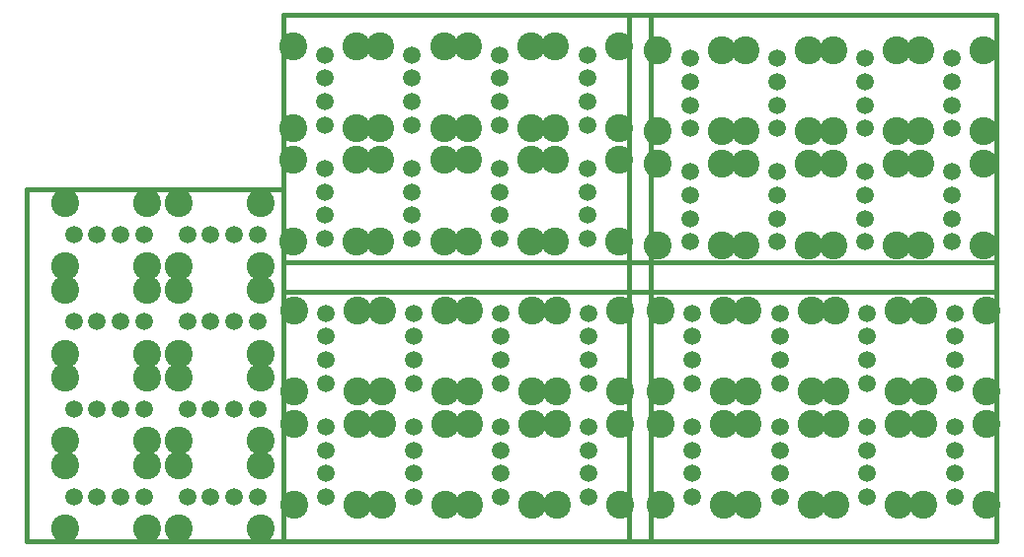
<source format=gts>
G75*
%MOIN*%
%OFA0B0*%
%FSLAX24Y24*%
%IPPOS*%
%LPD*%
%AMOC8*
5,1,8,0,0,1.08239X$1,22.5*
%
%ADD10C,0.0160*%
%ADD11C,0.0591*%
%ADD12C,0.0946*%
D10*
X003393Y003471D02*
X003393Y015361D01*
X012054Y015361D01*
X012054Y021267D01*
X023708Y021267D01*
X023708Y003511D01*
X024456Y003471D02*
X024456Y021267D01*
X036109Y021267D01*
X036109Y012920D01*
X012054Y012920D01*
X012054Y015361D01*
X012054Y012920D02*
X012054Y011897D01*
X036109Y011897D01*
X036109Y012920D01*
X036109Y011897D02*
X036109Y003471D01*
X024456Y003471D01*
X003393Y003471D01*
X012054Y003511D02*
X012054Y011897D01*
X023708Y021267D02*
X024456Y021267D01*
D11*
X025775Y019798D03*
X025775Y019011D03*
X025775Y018223D03*
X025775Y017436D03*
X025775Y015960D03*
X025775Y015172D03*
X025775Y014385D03*
X025775Y013597D03*
X028727Y013597D03*
X028727Y014385D03*
X028727Y015172D03*
X028727Y015960D03*
X028727Y017436D03*
X028727Y018223D03*
X028727Y019011D03*
X028727Y019798D03*
X031680Y019798D03*
X031680Y019011D03*
X031680Y018223D03*
X031680Y017436D03*
X031680Y015960D03*
X031680Y015172D03*
X031680Y014385D03*
X031680Y013597D03*
X034633Y013597D03*
X034633Y014385D03*
X034633Y015172D03*
X034633Y015960D03*
X034633Y017436D03*
X034633Y018223D03*
X034633Y019011D03*
X034633Y019798D03*
X022310Y019916D03*
X022310Y019129D03*
X022310Y018342D03*
X022310Y017554D03*
X022310Y016078D03*
X022310Y015290D03*
X022310Y014503D03*
X022310Y013716D03*
X019357Y013716D03*
X019357Y014503D03*
X019357Y015290D03*
X019357Y016078D03*
X019357Y017554D03*
X019357Y018342D03*
X019357Y019129D03*
X019357Y019916D03*
X016405Y019916D03*
X016405Y019129D03*
X016405Y018342D03*
X016405Y017554D03*
X016405Y016078D03*
X016405Y015290D03*
X016405Y014503D03*
X016405Y013716D03*
X013452Y013716D03*
X013452Y014503D03*
X013452Y015290D03*
X013452Y016078D03*
X013452Y017554D03*
X013452Y018342D03*
X013452Y019129D03*
X013452Y019916D03*
X011180Y013845D03*
X010393Y013845D03*
X009605Y013845D03*
X008818Y013845D03*
X007342Y013845D03*
X006554Y013845D03*
X005767Y013845D03*
X004979Y013845D03*
X004979Y010893D03*
X005767Y010893D03*
X006554Y010893D03*
X007342Y010893D03*
X008818Y010893D03*
X009605Y010893D03*
X010393Y010893D03*
X011180Y010893D03*
X013491Y011180D03*
X013491Y010393D03*
X013491Y009605D03*
X013491Y008818D03*
X013491Y007342D03*
X013491Y006554D03*
X013491Y005767D03*
X013491Y004979D03*
X011180Y004987D03*
X010393Y004987D03*
X009605Y004987D03*
X008818Y004987D03*
X007342Y004987D03*
X006554Y004987D03*
X005767Y004987D03*
X004979Y004987D03*
X004979Y007940D03*
X005767Y007940D03*
X006554Y007940D03*
X007342Y007940D03*
X008818Y007940D03*
X009605Y007940D03*
X010393Y007940D03*
X011180Y007940D03*
X016444Y007342D03*
X016444Y006554D03*
X016444Y005767D03*
X016444Y004979D03*
X019397Y004979D03*
X019397Y005767D03*
X019397Y006554D03*
X019397Y007342D03*
X019397Y008818D03*
X019397Y009605D03*
X019397Y010393D03*
X019397Y011180D03*
X022349Y011180D03*
X022349Y010393D03*
X022349Y009605D03*
X022349Y008818D03*
X022349Y007342D03*
X022349Y006554D03*
X022349Y005767D03*
X022349Y004979D03*
X025853Y004979D03*
X025853Y005767D03*
X025853Y006554D03*
X025853Y007342D03*
X025853Y008818D03*
X025853Y009605D03*
X025853Y010393D03*
X025853Y011180D03*
X028806Y011180D03*
X028806Y010393D03*
X028806Y009605D03*
X028806Y008818D03*
X028806Y007342D03*
X028806Y006554D03*
X028806Y005767D03*
X028806Y004979D03*
X031759Y004979D03*
X031759Y005767D03*
X031759Y006554D03*
X031759Y007342D03*
X031759Y008818D03*
X031759Y009605D03*
X031759Y010393D03*
X031759Y011180D03*
X034712Y011180D03*
X034712Y010393D03*
X034712Y009605D03*
X034712Y008818D03*
X034712Y007342D03*
X034712Y006554D03*
X034712Y005767D03*
X034712Y004979D03*
X016444Y008818D03*
X016444Y009605D03*
X016444Y010393D03*
X016444Y011180D03*
D12*
X015373Y011286D03*
X014562Y011286D03*
X012420Y011286D03*
X011286Y011964D03*
X011286Y012775D03*
X012381Y013609D03*
X011286Y014916D03*
X012381Y016365D03*
X012381Y017448D03*
X014523Y017448D03*
X015334Y017448D03*
X015334Y016365D03*
X014523Y016365D03*
X017475Y016365D03*
X018286Y016365D03*
X018286Y017448D03*
X017475Y017448D03*
X020428Y017448D03*
X021239Y017448D03*
X021239Y016365D03*
X020428Y016365D03*
X023381Y016365D03*
X024704Y016247D03*
X024704Y017330D03*
X023381Y017448D03*
X024704Y020086D03*
X023381Y020204D03*
X021239Y020204D03*
X020428Y020204D03*
X018286Y020204D03*
X017475Y020204D03*
X015334Y020204D03*
X014523Y020204D03*
X012381Y020204D03*
X008531Y014916D03*
X007448Y014916D03*
X007448Y012775D03*
X007448Y011964D03*
X008531Y011964D03*
X008531Y012775D03*
X004692Y012775D03*
X004692Y011964D03*
X004692Y009822D03*
X004692Y009011D03*
X007448Y009011D03*
X007448Y009822D03*
X008531Y009822D03*
X008531Y009011D03*
X011286Y009011D03*
X011286Y009822D03*
X012420Y008531D03*
X012420Y007448D03*
X011286Y006869D03*
X011286Y006058D03*
X012420Y004692D03*
X011286Y003916D03*
X008531Y003916D03*
X007448Y003916D03*
X004692Y003916D03*
X004692Y006058D03*
X004692Y006869D03*
X007448Y006869D03*
X007448Y006058D03*
X008531Y006058D03*
X008531Y006869D03*
X014562Y007448D03*
X015373Y007448D03*
X015373Y008531D03*
X014562Y008531D03*
X017515Y008531D03*
X018326Y008531D03*
X018326Y007448D03*
X017515Y007448D03*
X020468Y007448D03*
X021279Y007448D03*
X021279Y008531D03*
X020468Y008531D03*
X023420Y008531D03*
X024782Y008531D03*
X024782Y007448D03*
X023420Y007448D03*
X026924Y007448D03*
X027735Y007448D03*
X027735Y008531D03*
X026924Y008531D03*
X029877Y008531D03*
X030688Y008531D03*
X030688Y007448D03*
X029877Y007448D03*
X032830Y007448D03*
X033641Y007448D03*
X033641Y008531D03*
X032830Y008531D03*
X035782Y008531D03*
X035782Y007448D03*
X035782Y004692D03*
X033641Y004692D03*
X032830Y004692D03*
X030688Y004692D03*
X029877Y004692D03*
X027735Y004692D03*
X026924Y004692D03*
X024782Y004692D03*
X023420Y004692D03*
X021279Y004692D03*
X020468Y004692D03*
X018326Y004692D03*
X017515Y004692D03*
X015373Y004692D03*
X014562Y004692D03*
X017515Y011286D03*
X018326Y011286D03*
X020468Y011286D03*
X021279Y011286D03*
X023420Y011286D03*
X024782Y011286D03*
X026924Y011286D03*
X027735Y011286D03*
X029877Y011286D03*
X030688Y011286D03*
X032830Y011286D03*
X033641Y011286D03*
X035782Y011286D03*
X035704Y013491D03*
X033562Y013491D03*
X032751Y013491D03*
X030609Y013491D03*
X029798Y013491D03*
X027656Y013491D03*
X026845Y013491D03*
X024704Y013491D03*
X023381Y013609D03*
X021239Y013609D03*
X020428Y013609D03*
X018286Y013609D03*
X017475Y013609D03*
X015334Y013609D03*
X014523Y013609D03*
X004692Y014916D03*
X026845Y016247D03*
X027656Y016247D03*
X027656Y017330D03*
X026845Y017330D03*
X029798Y017330D03*
X030609Y017330D03*
X030609Y016247D03*
X029798Y016247D03*
X032751Y016247D03*
X033562Y016247D03*
X033562Y017330D03*
X032751Y017330D03*
X035704Y017330D03*
X035704Y016247D03*
X035704Y020086D03*
X033562Y020086D03*
X032751Y020086D03*
X030609Y020086D03*
X029798Y020086D03*
X027656Y020086D03*
X026845Y020086D03*
M02*

</source>
